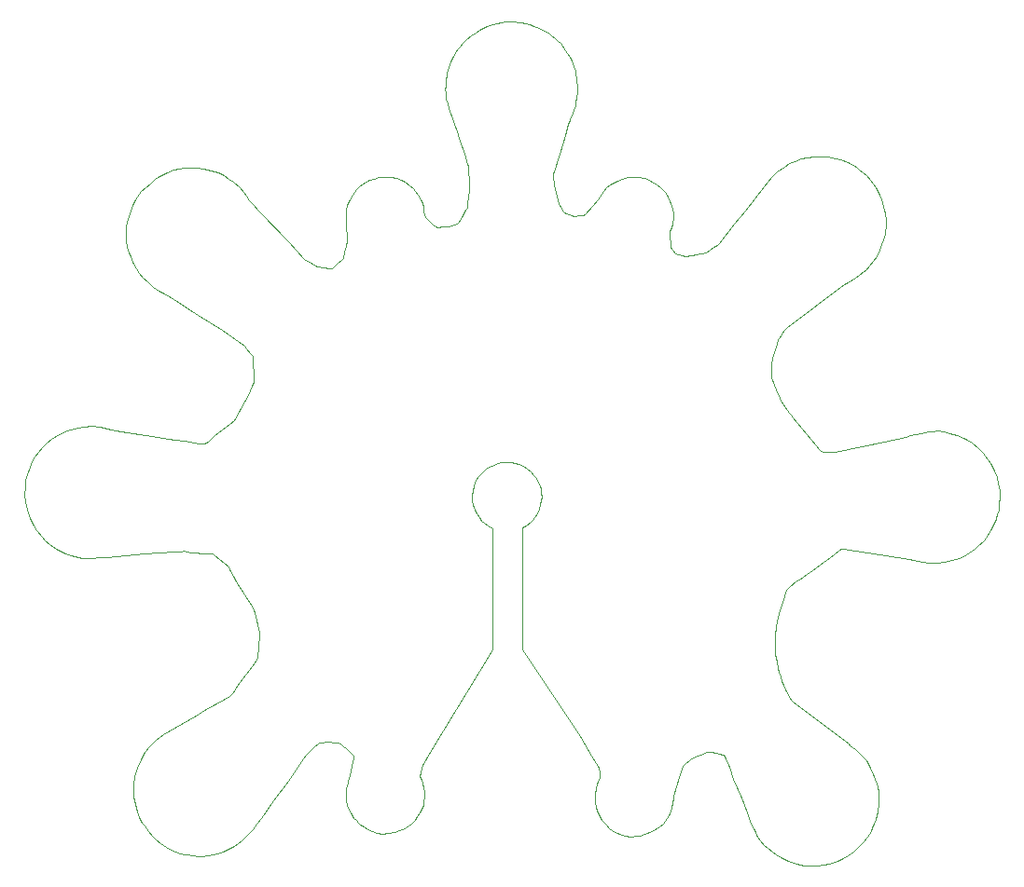
<source format=gbr>
%TF.GenerationSoftware,KiCad,Pcbnew,8.0.4*%
%TF.CreationDate,2024-10-01T08:30:59+02:00*%
%TF.ProjectId,Rp2040_Tastatur,52703230-3430-45f5-9461-737461747572,rev?*%
%TF.SameCoordinates,Original*%
%TF.FileFunction,Profile,NP*%
%FSLAX46Y46*%
G04 Gerber Fmt 4.6, Leading zero omitted, Abs format (unit mm)*
G04 Created by KiCad (PCBNEW 8.0.4) date 2024-10-01 08:30:59*
%MOMM*%
%LPD*%
G01*
G04 APERTURE LIST*
%TA.AperFunction,Profile*%
%ADD10C,0.050000*%
%TD*%
G04 APERTURE END LIST*
D10*
X143510000Y-111430000D02*
X143660000Y-111060000D01*
X87360000Y-70790000D02*
X87340000Y-70940000D01*
X80020000Y-86360000D02*
X80710000Y-86310000D01*
X72570000Y-74940000D02*
X71950000Y-74980000D01*
X113370000Y-82060000D02*
X113250000Y-82460000D01*
X151360000Y-86930000D02*
X151770000Y-86740000D01*
X86270000Y-112580000D02*
X86620000Y-112270000D01*
X101780000Y-53310000D02*
X101470000Y-53040000D01*
X140330000Y-114440000D02*
X140890000Y-114180000D01*
X139390000Y-50450000D02*
X138820000Y-50410000D01*
X116390000Y-42210000D02*
X116320000Y-41990000D01*
X140610000Y-50710000D02*
X140140000Y-50590000D01*
X95770000Y-57550000D02*
X95780000Y-58100000D01*
X143970000Y-110000000D02*
X144070000Y-109240000D01*
X97290000Y-111350000D02*
X97670000Y-111580000D01*
X133690000Y-112980000D02*
X133990000Y-113280000D01*
X115480000Y-55400000D02*
X115100000Y-54890000D01*
X96910000Y-53160000D02*
X96690000Y-53390000D01*
X110170000Y-38180000D02*
X109800000Y-38220000D01*
X139620000Y-114690000D02*
X140330000Y-114440000D01*
X69630000Y-75680000D02*
X68980000Y-76100000D01*
X80710000Y-86310000D02*
X80980000Y-86300000D01*
X136070000Y-73910000D02*
X135920000Y-73720000D01*
X135500000Y-114300000D02*
X135870000Y-114470000D01*
X66990000Y-78620000D02*
X66750000Y-79330000D01*
X131590000Y-108670000D02*
X132150000Y-110090000D01*
X84000000Y-113770000D02*
X84510000Y-113610000D01*
X144710000Y-56570000D02*
X144720000Y-56210000D01*
X116370000Y-55830000D02*
X116180000Y-55780000D01*
X114570000Y-51790000D02*
X115080000Y-50160000D01*
X116520000Y-42650000D02*
X116390000Y-42210000D01*
X84910000Y-113430000D02*
X85520000Y-113110000D01*
X126260000Y-105860000D02*
X126560000Y-105570000D01*
X109810000Y-78240000D02*
X110280000Y-78180000D01*
X148950000Y-75390000D02*
X148520000Y-75430000D01*
X109050000Y-38430000D02*
X108510000Y-38620000D01*
X86950000Y-54460000D02*
X86680000Y-54000000D01*
X95450000Y-104000000D02*
X95730000Y-104180000D01*
X113710000Y-39000000D02*
X113210000Y-38740000D01*
X77490000Y-75720000D02*
X75840000Y-75480000D01*
X121260000Y-52320000D02*
X121000000Y-52380000D01*
X82840000Y-86500000D02*
X83380000Y-86510000D01*
X149470000Y-87390000D02*
X150430000Y-87230000D01*
X89130000Y-108950000D02*
X90440000Y-107150000D01*
X93140000Y-103790000D02*
X93290000Y-103680000D01*
X113210000Y-38740000D02*
X112750000Y-38570000D01*
X107320000Y-80330000D02*
X107530000Y-79860000D01*
X142940000Y-112370000D02*
X143060000Y-112220000D01*
X73390000Y-86890000D02*
X73990000Y-86850000D01*
X94500000Y-103670000D02*
X94940000Y-103740000D01*
X141100000Y-61920000D02*
X141280000Y-61840000D01*
X107810000Y-83250000D02*
X107580000Y-82910000D01*
X80120000Y-102380000D02*
X79150000Y-102930000D01*
X95440000Y-59670000D02*
X95290000Y-59870000D01*
X76450000Y-108570000D02*
X76560000Y-109330000D01*
X107170000Y-81200000D02*
X107200000Y-80800000D01*
X85540000Y-74380000D02*
X85110000Y-74710000D01*
X110280000Y-78180000D02*
X110740000Y-78210000D01*
X118610000Y-107160000D02*
X118480000Y-107480000D01*
X114070000Y-39220000D02*
X113710000Y-39000000D01*
X112770000Y-79370000D02*
X112970000Y-79640000D01*
X93730000Y-60490000D02*
X93080000Y-60400000D01*
X114510000Y-52110000D02*
X114500000Y-51980000D01*
X96290000Y-53890000D02*
X96030000Y-54380000D01*
X82300000Y-64820000D02*
X84430000Y-66160000D01*
X135410000Y-98430000D02*
X135290000Y-98110000D01*
X104010000Y-56840000D02*
X103840000Y-56810000D01*
X116940000Y-103070000D02*
X117970000Y-104890000D01*
X94970000Y-60140000D02*
X94640000Y-60420000D01*
X143880000Y-59490000D02*
X144150000Y-58930000D01*
X73400000Y-75030000D02*
X72570000Y-74940000D01*
X92290000Y-104640000D02*
X92840000Y-104060000D01*
X112480000Y-79040000D02*
X112770000Y-79370000D01*
X103840000Y-56810000D02*
X103630000Y-56600000D01*
X92100000Y-104830000D02*
X92290000Y-104640000D01*
X112140000Y-78770000D02*
X112480000Y-79040000D01*
X108270000Y-83740000D02*
X108030000Y-83510000D01*
X107840000Y-38940000D02*
X107460000Y-39170000D01*
X132150000Y-110090000D02*
X132250000Y-110320000D01*
X125110000Y-57420000D02*
X125110000Y-57230000D01*
X102810000Y-108090000D02*
X102780000Y-107850000D01*
X79610000Y-76070000D02*
X77490000Y-75720000D01*
X136130000Y-99830000D02*
X135630000Y-98870000D01*
X138730000Y-77120000D02*
X136260000Y-74140000D01*
X92840000Y-104060000D02*
X93140000Y-103790000D01*
X105330000Y-56670000D02*
X105060000Y-56790000D01*
X129350000Y-104640000D02*
X129610000Y-104690000D01*
X96340000Y-105420000D02*
X96060000Y-106660000D01*
X79150000Y-113030000D02*
X79660000Y-113320000D01*
X118890000Y-53850000D02*
X118750000Y-54100000D01*
X101030000Y-52740000D02*
X100710000Y-52580000D01*
X91130000Y-106180000D02*
X91860000Y-105170000D01*
X76420000Y-107950000D02*
X76450000Y-108570000D01*
X119700000Y-53000000D02*
X119360000Y-53280000D01*
X128110000Y-104680000D02*
X128410000Y-104560000D01*
X142390000Y-104710000D02*
X141920000Y-104280000D01*
X124680000Y-110810000D02*
X124990000Y-110330000D01*
X101370000Y-111260000D02*
X101630000Y-111050000D01*
X108510000Y-78740000D02*
X108910000Y-78520000D01*
X76540000Y-106750000D02*
X76400000Y-107630000D01*
X80580000Y-51540000D02*
X80090000Y-51660000D01*
X116720000Y-44600000D02*
X116730000Y-44270000D01*
X106320000Y-40120000D02*
X106060000Y-40440000D01*
X142280000Y-61240000D02*
X142750000Y-60850000D01*
X102730000Y-55030000D02*
X102630000Y-54650000D01*
X152320000Y-86440000D02*
X152770000Y-86120000D01*
X125160000Y-58550000D02*
X125110000Y-57420000D01*
X84430000Y-66160000D02*
X86530000Y-67620000D01*
X135410000Y-90630000D02*
X135630000Y-90030000D01*
X135400000Y-66280000D02*
X135580000Y-66090000D01*
X131980000Y-55330000D02*
X130980000Y-56570000D01*
X107100000Y-39440000D02*
X106670000Y-39790000D01*
X137990000Y-114880000D02*
X138490000Y-114870000D01*
X154740000Y-83340000D02*
X154860000Y-82910000D01*
X116220000Y-41760000D02*
X116040000Y-41410000D01*
X136450000Y-50840000D02*
X135940000Y-51070000D01*
X71120000Y-86800000D02*
X71780000Y-86930000D01*
X87260000Y-68970000D02*
X87340000Y-70350000D01*
X116590000Y-45520000D02*
X116670000Y-45010000D01*
X143820000Y-110610000D02*
X143970000Y-110000000D01*
X124370000Y-53330000D02*
X124290000Y-53260000D01*
X137030000Y-50650000D02*
X136450000Y-50840000D01*
X105400000Y-41470000D02*
X105210000Y-41820000D01*
X135020000Y-97260000D02*
X134960000Y-96970000D01*
X68980000Y-76100000D02*
X68530000Y-76480000D01*
X126440000Y-59500000D02*
X126300000Y-59460000D01*
X141320000Y-103820000D02*
X136250000Y-100010000D01*
X125380000Y-109080000D02*
X125400000Y-108750000D01*
X110740000Y-78210000D02*
X111420000Y-78380000D01*
X102630000Y-54650000D02*
X102470000Y-54310000D01*
X87410000Y-91870000D02*
X87810000Y-93690000D01*
X152500000Y-76460000D02*
X152120000Y-76210000D01*
X108990000Y-95200000D02*
X109000000Y-84190000D01*
X95720000Y-56390000D02*
X95750000Y-56860000D01*
X103630000Y-56600000D02*
X103280000Y-56270000D01*
X102270000Y-53920000D02*
X102020000Y-53570000D01*
X79660000Y-113320000D02*
X80270000Y-113600000D01*
X96420000Y-110520000D02*
X96620000Y-110770000D01*
X82660000Y-76550000D02*
X82340000Y-76500000D01*
X93550000Y-103660000D02*
X93940000Y-103640000D01*
X153740000Y-77640000D02*
X153510000Y-77350000D01*
X97250000Y-52920000D02*
X96910000Y-53160000D01*
X87810000Y-93690000D02*
X87810000Y-93910000D01*
X144150000Y-58930000D02*
X144360000Y-58440000D01*
X95730000Y-104180000D02*
X95910000Y-104370000D01*
X134780000Y-71650000D02*
X134360000Y-70550000D01*
X74360000Y-75240000D02*
X73400000Y-75030000D01*
X111710000Y-84150000D02*
X111700000Y-95250000D01*
X134380000Y-68700000D02*
X134480000Y-68440000D01*
X76960000Y-110460000D02*
X77210000Y-110970000D01*
X104830000Y-43110000D02*
X104780000Y-43420000D01*
X66610000Y-79850000D02*
X66580000Y-80140000D01*
X136250000Y-100010000D02*
X136130000Y-99830000D01*
X108030000Y-83510000D02*
X107810000Y-83250000D01*
X124990000Y-110330000D02*
X125070000Y-110160000D01*
X71340000Y-75060000D02*
X70420000Y-75330000D01*
X135520000Y-51340000D02*
X134840000Y-51830000D01*
X143960000Y-107700000D02*
X143680000Y-106740000D01*
X98980000Y-52280000D02*
X98720000Y-52330000D01*
X143240000Y-105840000D02*
X142930000Y-105340000D01*
X136930000Y-114780000D02*
X137290000Y-114840000D01*
X116590000Y-42930000D02*
X116520000Y-42650000D01*
X70240000Y-86520000D02*
X70730000Y-86690000D01*
X124850000Y-53930000D02*
X124690000Y-53700000D01*
X155040000Y-80740000D02*
X154920000Y-80140000D01*
X125420000Y-59010000D02*
X125260000Y-58800000D01*
X81760000Y-113960000D02*
X82350000Y-113990000D01*
X88000000Y-110520000D02*
X89130000Y-108950000D01*
X106880000Y-53500000D02*
X106830000Y-54090000D01*
X116320000Y-41990000D02*
X116220000Y-41760000D01*
X130890000Y-106970000D02*
X131590000Y-108670000D01*
X84510000Y-113610000D02*
X84910000Y-113430000D01*
X135050000Y-66840000D02*
X135400000Y-66280000D01*
X112070000Y-83940000D02*
X111710000Y-84150000D01*
X119360000Y-53280000D02*
X119100000Y-53580000D01*
X114920000Y-39910000D02*
X114650000Y-39660000D01*
X76040000Y-55590000D02*
X75890000Y-56150000D01*
X149360000Y-75380000D02*
X148950000Y-75390000D01*
X122840000Y-112040000D02*
X123490000Y-111740000D01*
X93940000Y-103640000D02*
X94250000Y-103630000D01*
X101020000Y-111480000D02*
X101110000Y-111420000D01*
X87810000Y-93910000D02*
X87650000Y-95960000D01*
X85800000Y-98560000D02*
X85450000Y-99090000D01*
X96310000Y-110360000D02*
X96420000Y-110520000D01*
X95750000Y-107850000D02*
X95720000Y-108090000D01*
X94410000Y-60570000D02*
X94200000Y-60580000D01*
X95990000Y-109770000D02*
X96130000Y-110080000D01*
X116670000Y-43340000D02*
X116590000Y-42930000D01*
X102780000Y-107850000D02*
X102660000Y-107330000D01*
X143350000Y-111730000D02*
X143510000Y-111430000D01*
X87540000Y-96220000D02*
X87400000Y-96380000D01*
X85940000Y-112850000D02*
X86270000Y-112580000D01*
X133960000Y-52750000D02*
X133660000Y-53130000D01*
X132410000Y-110820000D02*
X132490000Y-111070000D01*
X101960000Y-110720000D02*
X102180000Y-110430000D01*
X99010000Y-111970000D02*
X99520000Y-111940000D01*
X96420000Y-105120000D02*
X96340000Y-105420000D01*
X130480000Y-105940000D02*
X130890000Y-106970000D01*
X142880000Y-60740000D02*
X143240000Y-60360000D01*
X133320000Y-112550000D02*
X133690000Y-112980000D01*
X114370000Y-39430000D02*
X114070000Y-39220000D01*
X102180000Y-110430000D02*
X102430000Y-110010000D01*
X87340000Y-70940000D02*
X87190000Y-71280000D01*
X95750000Y-56860000D02*
X95770000Y-57550000D01*
X83220000Y-113930000D02*
X83580000Y-113880000D01*
X126560000Y-105570000D02*
X126890000Y-105280000D01*
X106560000Y-55310000D02*
X106300000Y-55740000D01*
X121550000Y-112220000D02*
X122160000Y-112210000D01*
X134660000Y-94260000D02*
X134680000Y-93910000D01*
X95840000Y-109380000D02*
X95990000Y-109770000D01*
X76620000Y-54310000D02*
X76330000Y-54820000D01*
X105210000Y-41820000D02*
X105120000Y-42070000D01*
X124520000Y-53490000D02*
X124370000Y-53330000D01*
X106770000Y-51120000D02*
X106800000Y-51290000D01*
X77910000Y-52860000D02*
X77090000Y-53620000D01*
X128400000Y-59150000D02*
X127950000Y-59260000D01*
X86030000Y-53220000D02*
X85490000Y-52730000D01*
X134650000Y-94580000D02*
X134660000Y-94260000D01*
X102930000Y-55910000D02*
X102810000Y-55710000D01*
X118390000Y-109510000D02*
X118500000Y-109890000D01*
X95860000Y-107380000D02*
X95790000Y-107630000D01*
X134800000Y-92610000D02*
X135060000Y-91720000D01*
X95780000Y-58100000D02*
X95690000Y-58590000D01*
X113060000Y-82850000D02*
X112850000Y-83200000D01*
X87380000Y-91680000D02*
X87410000Y-91870000D01*
X118760000Y-106730000D02*
X118760000Y-106900000D01*
X95920000Y-107200000D02*
X95860000Y-107380000D01*
X91860000Y-105170000D02*
X92100000Y-104830000D01*
X97000000Y-111140000D02*
X97290000Y-111350000D01*
X78960000Y-52110000D02*
X78630000Y-52290000D01*
X126890000Y-105280000D02*
X127070000Y-105160000D01*
X100590000Y-111690000D02*
X101020000Y-111480000D01*
X95710000Y-55770000D02*
X95720000Y-56390000D01*
X95910000Y-104370000D02*
X96240000Y-104750000D01*
X77750000Y-111710000D02*
X78120000Y-112180000D01*
X154920000Y-80140000D02*
X154790000Y-79560000D01*
X80980000Y-86300000D02*
X81220000Y-86310000D01*
X138820000Y-50410000D02*
X138240000Y-50420000D01*
X76760000Y-109950000D02*
X76960000Y-110460000D01*
X125400000Y-55620000D02*
X125350000Y-55220000D01*
X83750000Y-86650000D02*
X85060000Y-87730000D01*
X77870000Y-104040000D02*
X77430000Y-104580000D01*
X115100000Y-54890000D02*
X115040000Y-54780000D01*
X105020000Y-46030000D02*
X105130000Y-46330000D01*
X114500000Y-51980000D02*
X114570000Y-51790000D01*
X128410000Y-104560000D02*
X128590000Y-104510000D01*
X85760000Y-89080000D02*
X87250000Y-91460000D01*
X91880000Y-59720000D02*
X90520000Y-58270000D01*
X87650000Y-95960000D02*
X87540000Y-96220000D01*
X126640000Y-59480000D02*
X126440000Y-59500000D01*
X144610000Y-76340000D02*
X140080000Y-77290000D01*
X92030000Y-59860000D02*
X91880000Y-59720000D01*
X77660000Y-61830000D02*
X78170000Y-62260000D01*
X116200000Y-46690000D02*
X116400000Y-46200000D01*
X141780000Y-113600000D02*
X142300000Y-113120000D01*
X102590000Y-105980000D02*
X102680000Y-105730000D01*
X118750000Y-54100000D02*
X118550000Y-54310000D01*
X68530000Y-76480000D02*
X68120000Y-76890000D01*
X134770000Y-113900000D02*
X135190000Y-114150000D01*
X83620000Y-86520000D02*
X83750000Y-86650000D01*
X85110000Y-74710000D02*
X83800000Y-75760000D01*
X97830000Y-52600000D02*
X97250000Y-52920000D01*
X76680000Y-60630000D02*
X76920000Y-60990000D01*
X146480000Y-75920000D02*
X144610000Y-76340000D01*
X67760000Y-77300000D02*
X67480000Y-77680000D01*
X154340000Y-84240000D02*
X154560000Y-83760000D01*
X100310000Y-52420000D02*
X99770000Y-52320000D01*
X101470000Y-53040000D02*
X101030000Y-52740000D01*
X106700000Y-55100000D02*
X106560000Y-55310000D01*
X77270000Y-61440000D02*
X77660000Y-61830000D01*
X154950000Y-82620000D02*
X155030000Y-82020000D01*
X111670000Y-38270000D02*
X111460000Y-38240000D01*
X81360000Y-113890000D02*
X81760000Y-113960000D01*
X72510000Y-86970000D02*
X73390000Y-86890000D01*
X85490000Y-52730000D02*
X85090000Y-52450000D01*
X100710000Y-52580000D02*
X100310000Y-52420000D01*
X122870000Y-52410000D02*
X122170000Y-52280000D01*
X105980000Y-48780000D02*
X106530000Y-50410000D01*
X77470000Y-86550000D02*
X80020000Y-86360000D01*
X130110000Y-105010000D02*
X130480000Y-105940000D01*
X141250000Y-50970000D02*
X140610000Y-50710000D01*
X104780000Y-43420000D02*
X104760000Y-43630000D01*
X139320000Y-87100000D02*
X140010000Y-86590000D01*
X86680000Y-54000000D02*
X86410000Y-53650000D01*
X134350000Y-70050000D02*
X134370000Y-69310000D01*
X119330000Y-111190000D02*
X119610000Y-111450000D01*
X95580000Y-59100000D02*
X95440000Y-59670000D01*
X120010000Y-52780000D02*
X119700000Y-53000000D01*
X82630000Y-113990000D02*
X83220000Y-113930000D01*
X69380000Y-86070000D02*
X69740000Y-86280000D01*
X115590000Y-48510000D02*
X115900000Y-47520000D01*
X76890000Y-53840000D02*
X76620000Y-54310000D01*
X139630000Y-77290000D02*
X139090000Y-77270000D01*
X118300000Y-108410000D02*
X118290000Y-108850000D01*
X78860000Y-112830000D02*
X79150000Y-113030000D01*
X108510000Y-38620000D02*
X107840000Y-38940000D01*
X134390000Y-113620000D02*
X134770000Y-113900000D01*
X96060000Y-106660000D02*
X96000000Y-106960000D01*
X144070000Y-109240000D02*
X144080000Y-108730000D01*
X104730000Y-44330000D02*
X104750000Y-44640000D01*
X129610000Y-58290000D02*
X129450000Y-58500000D01*
X129450000Y-58500000D02*
X129110000Y-58700000D01*
X125210000Y-109840000D02*
X125270000Y-109640000D01*
X107750000Y-79510000D02*
X108130000Y-79050000D01*
X104740000Y-44000000D02*
X104730000Y-44330000D01*
X82740000Y-51520000D02*
X82180000Y-51450000D01*
X154220000Y-78320000D02*
X153740000Y-77640000D01*
X151220000Y-75780000D02*
X150500000Y-75560000D01*
X140010000Y-86590000D02*
X140550000Y-86190000D01*
X116670000Y-45010000D02*
X116720000Y-44600000D01*
X103280000Y-56270000D02*
X102930000Y-55910000D01*
X108910000Y-78520000D02*
X109500000Y-78290000D01*
X69740000Y-86280000D02*
X70240000Y-86520000D01*
X154860000Y-82910000D02*
X154950000Y-82620000D01*
X146860000Y-87030000D02*
X147200000Y-87090000D01*
X109800000Y-38220000D02*
X109420000Y-38310000D01*
X107580000Y-82910000D02*
X107390000Y-82520000D01*
X143890000Y-53380000D02*
X143790000Y-53210000D01*
X143560000Y-59960000D02*
X143880000Y-59490000D01*
X82250000Y-86470000D02*
X82390000Y-86500000D01*
X116180000Y-55780000D02*
X115700000Y-55630000D01*
X139880000Y-77310000D02*
X139630000Y-77290000D01*
X102445000Y-106770000D02*
X102475000Y-106370000D01*
X116020000Y-47130000D02*
X116060000Y-46990000D01*
X112470000Y-83610000D02*
X112070000Y-83940000D01*
X118740000Y-106400000D02*
X118760000Y-106730000D01*
X111700000Y-95250000D02*
X116940000Y-103070000D01*
X143280000Y-52540000D02*
X142930000Y-52160000D01*
X153130000Y-76960000D02*
X152500000Y-76460000D01*
X114680000Y-53290000D02*
X114640000Y-53050000D01*
X117000000Y-55770000D02*
X116370000Y-55830000D01*
X116730000Y-44270000D02*
X116670000Y-43340000D01*
X115660000Y-40790000D02*
X115160000Y-40150000D01*
X107530000Y-79860000D02*
X107750000Y-79510000D01*
X98230000Y-52460000D02*
X97830000Y-52600000D01*
X134710000Y-95660000D02*
X134650000Y-94580000D01*
X147200000Y-87090000D02*
X148010000Y-87310000D01*
X116520000Y-45810000D02*
X116590000Y-45520000D01*
X152120000Y-76210000D02*
X151810000Y-76050000D01*
X87250000Y-54800000D02*
X86950000Y-54460000D01*
X76310000Y-59990000D02*
X76680000Y-60630000D01*
X134940000Y-67020000D02*
X135050000Y-66840000D01*
X95790000Y-107630000D02*
X95750000Y-107850000D01*
X78390000Y-52460000D02*
X77910000Y-52860000D01*
X135160000Y-97710000D02*
X135020000Y-97260000D01*
X87340000Y-70350000D02*
X87360000Y-70790000D01*
X96620000Y-110770000D02*
X96810000Y-110970000D01*
X106740000Y-54700000D02*
X106700000Y-55100000D01*
X134360000Y-70550000D02*
X134340000Y-70330000D01*
X142300000Y-113120000D02*
X142670000Y-112710000D01*
X150500000Y-75560000D02*
X149960000Y-75440000D01*
X130980000Y-56570000D02*
X129610000Y-58290000D01*
X68800000Y-85670000D02*
X69380000Y-86070000D01*
X118410000Y-107740000D02*
X118300000Y-108410000D01*
X85150000Y-99440000D02*
X84700000Y-99690000D01*
X106670000Y-39790000D02*
X106320000Y-40120000D01*
X125890000Y-59310000D02*
X125640000Y-59230000D01*
X83800000Y-75760000D02*
X83150000Y-76360000D01*
X121000000Y-52380000D02*
X120760000Y-52440000D01*
X67480000Y-77680000D02*
X67220000Y-78140000D01*
X104520000Y-56810000D02*
X104010000Y-56840000D01*
X128730000Y-58940000D02*
X128400000Y-59150000D01*
X113440000Y-81690000D02*
X113370000Y-82060000D01*
X125250000Y-56870000D02*
X125320000Y-56530000D01*
X77400000Y-111220000D02*
X77750000Y-111710000D01*
X95740000Y-55230000D02*
X95710000Y-55770000D01*
X93290000Y-103680000D02*
X93550000Y-103660000D01*
X106300000Y-55740000D02*
X105930000Y-56400000D01*
X125960000Y-106860000D02*
X126260000Y-105860000D01*
X78430000Y-103480000D02*
X77870000Y-104040000D01*
X97670000Y-111580000D02*
X98080000Y-111760000D01*
X141940000Y-61480000D02*
X142280000Y-61240000D01*
X135900000Y-89600000D02*
X136590000Y-89010000D01*
X127070000Y-105160000D02*
X127630000Y-104880000D01*
X144510000Y-57980000D02*
X144620000Y-57470000D01*
X118060000Y-54910000D02*
X117410000Y-55680000D01*
X148720000Y-87390000D02*
X149470000Y-87390000D01*
X105820000Y-40730000D02*
X105400000Y-41470000D01*
X66550000Y-81170000D02*
X66570000Y-81810000D01*
X75890000Y-56150000D02*
X75780000Y-56720000D01*
X81030000Y-51470000D02*
X80580000Y-51540000D01*
X86700000Y-67870000D02*
X87020000Y-68290000D01*
X75840000Y-75480000D02*
X74780000Y-75310000D01*
X142930000Y-105340000D02*
X142390000Y-104710000D01*
X134340000Y-52300000D02*
X133960000Y-52750000D01*
X139110000Y-114800000D02*
X139620000Y-114690000D01*
X115810000Y-41010000D02*
X115660000Y-40790000D01*
X85170000Y-87950000D02*
X85520000Y-88700000D01*
X135060000Y-91720000D02*
X135410000Y-90630000D01*
X87250000Y-91460000D02*
X87380000Y-91680000D01*
X135630000Y-90030000D02*
X135700000Y-89780000D01*
X107200000Y-80800000D02*
X107320000Y-80330000D01*
X67600000Y-84400000D02*
X68080000Y-85000000D01*
X125140000Y-54480000D02*
X124940000Y-54090000D01*
X70420000Y-75330000D02*
X69630000Y-75680000D01*
X148010000Y-87310000D02*
X148720000Y-87390000D01*
X138490000Y-114870000D02*
X139110000Y-114800000D01*
X98490000Y-111880000D02*
X99010000Y-111970000D01*
X113390000Y-80660000D02*
X113440000Y-80990000D01*
X86530000Y-67620000D02*
X86700000Y-67870000D01*
X129110000Y-58700000D02*
X128730000Y-58940000D01*
X87020000Y-68290000D02*
X87230000Y-68570000D01*
X140550000Y-86190000D02*
X140660000Y-86110000D01*
X96810000Y-110970000D02*
X97000000Y-111140000D01*
X132980000Y-112080000D02*
X133100000Y-112260000D01*
X92940000Y-60320000D02*
X92260000Y-59970000D01*
X125400000Y-55980000D02*
X125400000Y-55620000D01*
X118500000Y-109890000D02*
X118710000Y-110350000D01*
X118930000Y-110710000D02*
X119330000Y-111190000D01*
X136600000Y-114710000D02*
X136930000Y-114780000D01*
X102680000Y-105730000D02*
X103300000Y-104550000D01*
X86810000Y-72110000D02*
X86580000Y-72520000D01*
X135700000Y-89780000D02*
X135900000Y-89600000D01*
X115700000Y-55630000D02*
X115570000Y-55540000D01*
X75760000Y-58010000D02*
X75860000Y-58640000D01*
X105120000Y-42070000D02*
X105020000Y-42360000D01*
X134480000Y-68440000D02*
X134800000Y-67440000D01*
X135190000Y-114150000D02*
X135500000Y-114300000D01*
X112010000Y-38340000D02*
X111670000Y-38270000D01*
X113190000Y-80070000D02*
X113300000Y-80340000D01*
X108130000Y-79050000D02*
X108510000Y-78740000D01*
X76750000Y-105980000D02*
X76540000Y-106750000D01*
X115900000Y-47520000D02*
X116020000Y-47130000D01*
X87790000Y-55360000D02*
X87250000Y-54800000D01*
X75860000Y-58640000D02*
X75990000Y-59140000D01*
X144160000Y-53880000D02*
X143890000Y-53380000D01*
X153510000Y-77350000D02*
X153130000Y-76960000D01*
X112430000Y-38450000D02*
X112010000Y-38340000D01*
X74780000Y-75310000D02*
X74360000Y-75240000D01*
X154790000Y-79560000D02*
X154590000Y-79020000D01*
X114650000Y-39660000D02*
X114370000Y-39430000D01*
X155030000Y-82020000D02*
X155050000Y-81370000D01*
X102790000Y-55420000D02*
X102730000Y-55030000D01*
X141480000Y-103940000D02*
X141320000Y-103820000D01*
X105020000Y-42360000D02*
X104890000Y-42800000D01*
X79250000Y-62890000D02*
X79780000Y-63270000D01*
X115080000Y-50160000D02*
X115590000Y-48510000D01*
X79150000Y-102930000D02*
X78430000Y-103480000D01*
X127630000Y-104880000D02*
X128110000Y-104680000D01*
X144600000Y-55230000D02*
X144360000Y-54350000D01*
X106830000Y-54090000D02*
X106740000Y-54700000D01*
X109500000Y-78290000D02*
X109810000Y-78240000D01*
X151770000Y-86740000D02*
X152320000Y-86440000D01*
X137580000Y-88380000D02*
X138040000Y-88040000D01*
X68390000Y-85320000D02*
X68800000Y-85670000D01*
X86580000Y-72520000D02*
X85540000Y-74380000D01*
X143660000Y-111060000D02*
X143820000Y-110610000D01*
X94200000Y-60580000D02*
X93730000Y-60490000D01*
X135920000Y-73720000D02*
X135760000Y-73500000D01*
X94640000Y-60420000D02*
X94410000Y-60570000D01*
X147340000Y-75710000D02*
X146950000Y-75800000D01*
X104890000Y-42800000D02*
X104830000Y-43110000D01*
X81060000Y-76300000D02*
X80150000Y-76160000D01*
X139040000Y-87300000D02*
X139320000Y-87100000D01*
X142670000Y-112710000D02*
X142940000Y-112370000D01*
X71780000Y-86930000D02*
X72510000Y-86970000D01*
X67240000Y-83820000D02*
X67600000Y-84400000D01*
X81360000Y-51430000D02*
X81030000Y-51470000D01*
X140930000Y-62070000D02*
X141100000Y-61920000D01*
X67010000Y-83330000D02*
X67240000Y-83820000D01*
X105930000Y-56400000D02*
X105770000Y-56510000D01*
X124940000Y-54090000D02*
X124850000Y-53930000D01*
X117970000Y-104890000D02*
X118420000Y-105530000D01*
X127400000Y-59370000D02*
X127180000Y-59410000D01*
X107390000Y-82520000D02*
X107300000Y-82270000D01*
X136590000Y-89010000D02*
X136830000Y-88860000D01*
X118420000Y-105530000D02*
X118600000Y-105810000D01*
X113440000Y-80990000D02*
X113460000Y-81340000D01*
X146950000Y-75800000D02*
X146480000Y-75920000D01*
X137540000Y-50520000D02*
X137030000Y-50650000D01*
X83380000Y-86510000D02*
X83620000Y-86520000D01*
X118480000Y-107480000D02*
X118410000Y-107740000D01*
X119610000Y-111450000D02*
X120140000Y-111800000D01*
X128590000Y-104510000D02*
X128800000Y-104540000D01*
X68080000Y-85000000D02*
X68390000Y-85320000D01*
X95750000Y-108980000D02*
X95840000Y-109380000D01*
X66560000Y-80430000D02*
X66550000Y-81170000D01*
X125110000Y-57230000D02*
X125190000Y-57050000D01*
X126930000Y-59450000D02*
X126640000Y-59480000D01*
X113300000Y-80340000D02*
X113390000Y-80660000D01*
X125070000Y-110160000D02*
X125210000Y-109840000D01*
X112850000Y-83200000D02*
X112640000Y-83450000D01*
X83480000Y-51690000D02*
X82740000Y-51520000D01*
X143680000Y-106740000D02*
X143240000Y-105840000D01*
X125400000Y-108750000D02*
X125400000Y-108540000D01*
X117410000Y-55680000D02*
X117260000Y-55750000D01*
X153060000Y-85860000D02*
X153600000Y-85320000D01*
X122370000Y-112170000D02*
X122840000Y-112040000D01*
X116400000Y-46200000D02*
X116520000Y-45810000D01*
X76920000Y-60990000D02*
X77270000Y-61440000D01*
X135580000Y-66090000D02*
X135790000Y-65930000D01*
X154560000Y-83760000D02*
X154740000Y-83340000D01*
X80270000Y-113600000D02*
X80670000Y-113740000D01*
X105770000Y-56510000D02*
X105330000Y-56670000D01*
X104800000Y-45170000D02*
X104910000Y-45660000D01*
X109420000Y-38310000D02*
X109050000Y-38430000D01*
X144620000Y-57470000D02*
X144710000Y-56570000D01*
X122170000Y-52280000D02*
X121810000Y-52270000D01*
X130060000Y-104900000D02*
X130110000Y-105010000D01*
X77210000Y-110970000D02*
X77400000Y-111220000D01*
X102570000Y-109690000D02*
X102710000Y-109350000D01*
X129610000Y-104690000D02*
X129920000Y-104830000D01*
X127180000Y-59410000D02*
X126930000Y-59450000D01*
X101110000Y-111420000D02*
X101370000Y-111260000D01*
X139090000Y-77270000D02*
X138850000Y-77240000D01*
X133990000Y-113280000D02*
X134390000Y-113620000D01*
X138240000Y-50420000D02*
X137540000Y-50520000D01*
X115160000Y-40150000D02*
X114920000Y-39910000D01*
X125260000Y-58800000D02*
X125180000Y-58700000D01*
X66750000Y-79330000D02*
X66610000Y-79850000D01*
X136830000Y-88860000D02*
X137580000Y-88380000D01*
X102590000Y-107060000D02*
X102445000Y-106770000D01*
X82070000Y-101250000D02*
X80120000Y-102380000D01*
X114640000Y-53050000D02*
X114510000Y-52110000D01*
X79490000Y-51870000D02*
X78960000Y-52110000D01*
X106860000Y-52620000D02*
X106880000Y-53500000D01*
X82340000Y-76500000D02*
X81060000Y-76300000D01*
X135060000Y-72380000D02*
X134780000Y-71650000D01*
X122160000Y-112210000D02*
X122370000Y-112170000D01*
X144360000Y-58440000D02*
X144510000Y-57980000D01*
X120760000Y-52440000D02*
X120340000Y-52610000D01*
X85520000Y-88700000D02*
X85760000Y-89080000D01*
X111790000Y-78560000D02*
X112140000Y-78770000D01*
X102475000Y-106370000D02*
X102590000Y-105980000D01*
X154010000Y-84780000D02*
X154340000Y-84240000D01*
X86620000Y-112270000D02*
X86990000Y-111870000D01*
X100150000Y-111830000D02*
X100590000Y-111690000D01*
X144360000Y-54350000D02*
X144160000Y-53880000D01*
X104750000Y-44640000D02*
X104800000Y-45170000D01*
X132870000Y-111860000D02*
X132980000Y-112080000D01*
X119100000Y-53580000D02*
X118890000Y-53850000D01*
X85090000Y-52450000D02*
X84590000Y-52140000D01*
X107240000Y-82070000D02*
X107180000Y-81720000D01*
X102710000Y-109350000D02*
X102770000Y-109000000D01*
X87600000Y-111060000D02*
X88000000Y-110520000D01*
X118760000Y-106900000D02*
X118610000Y-107160000D01*
X117260000Y-55750000D02*
X117000000Y-55770000D01*
X124690000Y-53700000D02*
X124520000Y-53490000D01*
X141920000Y-104280000D02*
X141480000Y-103940000D01*
X68120000Y-76890000D02*
X67760000Y-77300000D01*
X124290000Y-53260000D02*
X123890000Y-53000000D01*
X104760000Y-43630000D02*
X104740000Y-44000000D01*
X112640000Y-83450000D02*
X112470000Y-83610000D01*
X135790000Y-65930000D02*
X140930000Y-62070000D01*
X96240000Y-104750000D02*
X96370000Y-104920000D01*
X76560000Y-109330000D02*
X76760000Y-109950000D01*
X144670000Y-55640000D02*
X144600000Y-55230000D01*
X144030000Y-108200000D02*
X143960000Y-107700000D01*
X125350000Y-55220000D02*
X125210000Y-54670000D01*
X138040000Y-88040000D02*
X139040000Y-87300000D01*
X134680000Y-93910000D02*
X134740000Y-93200000D01*
X85450000Y-99090000D02*
X85150000Y-99440000D01*
X78730000Y-62630000D02*
X79250000Y-62890000D01*
X104910000Y-45660000D02*
X105020000Y-46030000D01*
X140850000Y-86100000D02*
X144190000Y-86630000D01*
X85060000Y-87730000D02*
X85170000Y-87950000D01*
X83580000Y-113880000D02*
X84000000Y-113770000D01*
X86410000Y-53650000D02*
X86030000Y-53220000D01*
X75780000Y-56720000D02*
X75730000Y-57340000D01*
X78120000Y-112180000D02*
X78420000Y-112510000D01*
X96000000Y-106960000D02*
X95920000Y-107200000D01*
X123470000Y-52730000D02*
X122870000Y-52410000D01*
X82390000Y-86500000D02*
X82840000Y-86500000D01*
X106680000Y-50840000D02*
X106770000Y-51120000D01*
X76130000Y-59530000D02*
X76310000Y-59990000D01*
X135630000Y-98870000D02*
X135410000Y-98430000D01*
X134370000Y-69310000D02*
X134380000Y-68700000D01*
X98720000Y-52330000D02*
X98230000Y-52460000D01*
X143240000Y-60360000D02*
X143560000Y-59960000D01*
X82890000Y-100750000D02*
X82070000Y-101250000D01*
X143060000Y-112220000D02*
X143350000Y-111730000D01*
X107460000Y-39170000D02*
X107100000Y-39440000D01*
X77070000Y-105260000D02*
X76750000Y-105980000D01*
X95840000Y-54810000D02*
X95740000Y-55230000D01*
X95720000Y-108090000D02*
X95710000Y-108630000D01*
X95290000Y-59870000D02*
X94970000Y-60140000D01*
X129920000Y-104830000D02*
X130060000Y-104900000D01*
X80670000Y-113740000D02*
X81060000Y-113820000D01*
X94940000Y-103740000D02*
X95220000Y-103820000D01*
X95220000Y-103820000D02*
X95450000Y-104000000D01*
X155050000Y-81370000D02*
X155040000Y-80740000D01*
X82880000Y-76540000D02*
X82660000Y-76550000D01*
X128800000Y-104540000D02*
X129350000Y-104640000D01*
X118600000Y-105810000D02*
X118660000Y-106020000D01*
X142030000Y-51410000D02*
X141250000Y-50970000D01*
X84090000Y-51910000D02*
X83480000Y-51690000D01*
X107300000Y-82270000D02*
X107240000Y-82070000D01*
X78170000Y-62260000D02*
X78730000Y-62630000D01*
X134960000Y-96970000D02*
X134840000Y-96360000D01*
X111460000Y-38240000D02*
X110850000Y-38190000D01*
X98080000Y-111760000D02*
X98490000Y-111880000D01*
X113250000Y-82460000D02*
X113060000Y-82850000D01*
X125180000Y-58700000D02*
X125160000Y-58550000D01*
X127950000Y-59260000D02*
X127400000Y-59370000D01*
X144080000Y-108730000D02*
X144030000Y-108200000D01*
X133660000Y-53130000D02*
X131980000Y-55330000D01*
X141290000Y-113950000D02*
X141780000Y-113600000D01*
X118710000Y-110350000D02*
X118930000Y-110710000D01*
X71950000Y-74980000D02*
X71340000Y-75060000D01*
X125190000Y-57050000D02*
X125250000Y-56870000D01*
X105130000Y-46330000D02*
X105380000Y-46960000D01*
X92260000Y-59970000D02*
X92030000Y-59860000D01*
X152770000Y-86120000D02*
X153060000Y-85860000D01*
X132690000Y-111510000D02*
X132870000Y-111860000D01*
X134340000Y-70330000D02*
X134350000Y-70050000D01*
X87230000Y-68570000D02*
X87260000Y-68970000D01*
X116060000Y-46990000D02*
X116200000Y-46690000D01*
X140140000Y-50590000D02*
X139390000Y-50450000D01*
X81680000Y-86390000D02*
X82250000Y-86470000D01*
X67220000Y-78140000D02*
X66990000Y-78620000D01*
X134840000Y-51830000D02*
X134340000Y-52300000D01*
X84700000Y-99690000D02*
X82890000Y-100750000D01*
X78420000Y-112510000D02*
X78860000Y-112830000D01*
X76400000Y-107630000D02*
X76420000Y-107950000D01*
X134840000Y-96360000D02*
X134710000Y-95660000D01*
X125520000Y-59130000D02*
X125420000Y-59010000D01*
X70730000Y-86690000D02*
X71120000Y-86800000D01*
X102660000Y-107330000D02*
X102590000Y-107060000D01*
X141280000Y-61840000D02*
X141940000Y-61480000D01*
X77090000Y-53620000D02*
X76890000Y-53840000D01*
X125400000Y-108540000D02*
X125960000Y-106860000D01*
X140890000Y-114180000D02*
X141290000Y-113950000D01*
X113460000Y-81340000D02*
X113440000Y-81690000D01*
X112970000Y-79640000D02*
X113190000Y-80070000D01*
X126300000Y-59460000D02*
X125890000Y-59310000D01*
X73990000Y-86850000D02*
X77470000Y-86550000D01*
X125270000Y-109640000D02*
X125380000Y-109080000D01*
X134800000Y-67440000D02*
X134940000Y-67020000D01*
X140080000Y-77290000D02*
X139880000Y-77310000D01*
X81220000Y-86310000D02*
X81680000Y-86390000D01*
X87190000Y-71280000D02*
X86810000Y-72110000D01*
X147950000Y-75570000D02*
X147340000Y-75710000D01*
X108610000Y-83980000D02*
X108270000Y-83740000D01*
X102830000Y-108590000D02*
X102810000Y-108090000D01*
X103300000Y-104550000D02*
X108990000Y-95200000D01*
X78630000Y-52290000D02*
X78390000Y-52460000D01*
X99400000Y-52280000D02*
X98980000Y-52280000D01*
X138850000Y-77240000D02*
X138730000Y-77120000D01*
X96690000Y-53390000D02*
X96290000Y-53890000D01*
X135760000Y-73500000D02*
X135190000Y-72630000D01*
X87240000Y-111560000D02*
X87600000Y-111060000D01*
X142750000Y-60850000D02*
X142880000Y-60740000D01*
X118550000Y-54310000D02*
X118060000Y-54910000D01*
X133100000Y-112260000D02*
X133320000Y-112550000D01*
X102430000Y-110010000D02*
X102570000Y-109690000D01*
X96370000Y-104920000D02*
X96420000Y-105120000D01*
X82350000Y-113990000D02*
X82630000Y-113990000D01*
X115040000Y-54780000D02*
X114680000Y-53290000D01*
X87400000Y-96380000D02*
X85800000Y-98560000D01*
X80150000Y-76160000D02*
X79610000Y-76070000D01*
X135870000Y-114470000D02*
X136600000Y-114710000D01*
X93080000Y-60400000D02*
X92940000Y-60320000D01*
X118330000Y-109150000D02*
X118390000Y-109510000D01*
X101630000Y-111050000D02*
X101960000Y-110720000D01*
X116040000Y-41410000D02*
X115810000Y-41010000D01*
X102020000Y-53570000D02*
X101780000Y-53310000D01*
X134740000Y-93200000D02*
X134800000Y-92610000D01*
X142930000Y-52160000D02*
X142300000Y-51620000D01*
X102470000Y-54310000D02*
X102270000Y-53920000D01*
X123890000Y-53000000D02*
X123470000Y-52730000D01*
X135290000Y-98110000D02*
X135160000Y-97710000D01*
X80090000Y-51660000D02*
X79490000Y-51870000D01*
X124150000Y-111330000D02*
X124500000Y-111040000D01*
X95690000Y-58590000D02*
X95580000Y-59100000D01*
X106800000Y-51290000D02*
X106810000Y-51660000D01*
X84590000Y-52140000D02*
X84090000Y-51910000D01*
X125320000Y-56530000D02*
X125400000Y-55980000D01*
X125640000Y-59230000D02*
X125520000Y-59130000D01*
X106060000Y-40440000D02*
X105820000Y-40730000D01*
X150430000Y-87230000D02*
X151360000Y-86930000D01*
X105780000Y-48130000D02*
X105980000Y-48780000D01*
X144720000Y-56210000D02*
X144670000Y-55640000D01*
X66730000Y-82560000D02*
X67010000Y-83330000D01*
X149960000Y-75440000D02*
X149360000Y-75380000D01*
X77430000Y-104580000D02*
X77070000Y-105260000D01*
X125210000Y-54670000D02*
X125140000Y-54480000D01*
X118660000Y-106020000D02*
X118740000Y-106400000D01*
X83150000Y-76360000D02*
X82880000Y-76540000D01*
X135940000Y-51070000D02*
X135520000Y-51340000D01*
X110850000Y-38190000D02*
X110170000Y-38180000D01*
X132490000Y-111070000D02*
X132690000Y-111510000D01*
X109000000Y-84190000D02*
X108610000Y-83980000D01*
X96130000Y-110080000D02*
X96310000Y-110360000D01*
X112750000Y-38570000D02*
X112430000Y-38450000D01*
X148520000Y-75430000D02*
X147950000Y-75570000D01*
X82180000Y-51450000D02*
X81360000Y-51430000D01*
X105060000Y-56790000D02*
X104520000Y-56810000D01*
X99520000Y-111940000D02*
X100150000Y-111830000D01*
X85520000Y-113110000D02*
X85940000Y-112850000D01*
X137290000Y-114840000D02*
X137990000Y-114880000D01*
X115570000Y-55540000D02*
X115480000Y-55400000D01*
X107180000Y-81720000D02*
X107170000Y-81200000D01*
X132250000Y-110320000D02*
X132410000Y-110820000D01*
X66570000Y-81810000D02*
X66730000Y-82560000D01*
X90520000Y-58270000D02*
X87790000Y-55360000D01*
X135190000Y-72630000D02*
X135060000Y-72380000D01*
X96030000Y-54380000D02*
X95840000Y-54810000D01*
X140660000Y-86110000D02*
X140740000Y-86080000D01*
X120760000Y-112060000D02*
X121070000Y-112140000D01*
X102810000Y-55710000D02*
X102790000Y-55420000D01*
X102770000Y-109000000D02*
X102830000Y-108590000D01*
X75730000Y-57340000D02*
X75760000Y-58010000D01*
X86990000Y-111870000D02*
X87240000Y-111560000D01*
X121070000Y-112140000D02*
X121550000Y-112220000D01*
X154590000Y-79020000D02*
X154220000Y-78320000D01*
X75990000Y-59140000D02*
X76130000Y-59530000D01*
X140740000Y-86080000D02*
X140850000Y-86100000D01*
X94250000Y-103630000D02*
X94500000Y-103670000D01*
X106810000Y-51660000D02*
X106860000Y-52620000D01*
X105550000Y-47450000D02*
X105780000Y-48130000D01*
X105380000Y-46960000D02*
X105550000Y-47450000D01*
X124500000Y-111040000D02*
X124680000Y-110810000D01*
X120140000Y-111800000D02*
X120760000Y-112060000D01*
X79780000Y-63270000D02*
X82300000Y-64820000D01*
X99770000Y-52320000D02*
X99400000Y-52280000D01*
X143790000Y-53210000D02*
X143280000Y-52540000D01*
X118290000Y-108850000D02*
X118330000Y-109150000D01*
X123490000Y-111740000D02*
X124150000Y-111330000D01*
X111420000Y-78380000D02*
X111790000Y-78560000D01*
X121810000Y-52270000D02*
X121260000Y-52320000D01*
X144190000Y-86630000D02*
X146860000Y-87030000D01*
X81060000Y-113820000D02*
X81360000Y-113890000D01*
X90440000Y-107150000D02*
X91130000Y-106180000D01*
X106530000Y-50410000D02*
X106680000Y-50840000D01*
X66580000Y-80140000D02*
X66560000Y-80430000D01*
X95710000Y-108630000D02*
X95750000Y-108980000D01*
X136260000Y-74140000D02*
X136070000Y-73910000D01*
X151810000Y-76050000D02*
X151220000Y-75780000D01*
X142300000Y-51620000D02*
X142030000Y-51410000D01*
X153600000Y-85320000D02*
X154010000Y-84780000D01*
X120340000Y-52610000D02*
X120010000Y-52780000D01*
X76330000Y-54820000D02*
X76040000Y-55590000D01*
M02*

</source>
